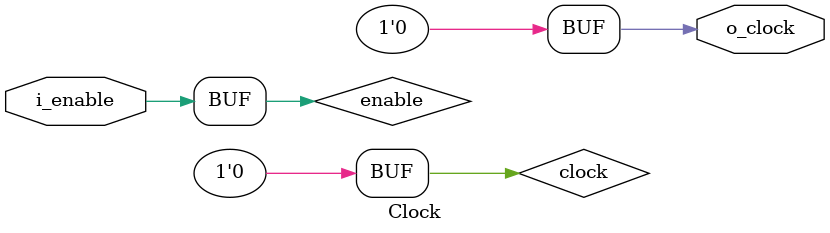
<source format=v>
/* =================================================
 * CLOCK GENERATOR
 * ================================================= */

module Clock
#(
	parameter PERIOD = 2   // must be at least 2 time units
)
(
	input wire i_enable,
	output wire o_clock
);
	reg clock;
	reg enable;

	initial begin
		clock <= 1'b0;
		enable <= 1'b1;
	end

	// clock generator
	always begin
		clock <= 1'b1;
		# (PERIOD / 2);
		clock <= 1'b0;
		# (PERIOD / 2);
	end

	// enable gating (only enable/disable at rising edge)
	always @ (*) begin
		if (~clock)
			enable <= i_enable;
	end

	// drive clock low when disabled
	assign o_clock = enable ? clock : 1'b0;

endmodule

</source>
